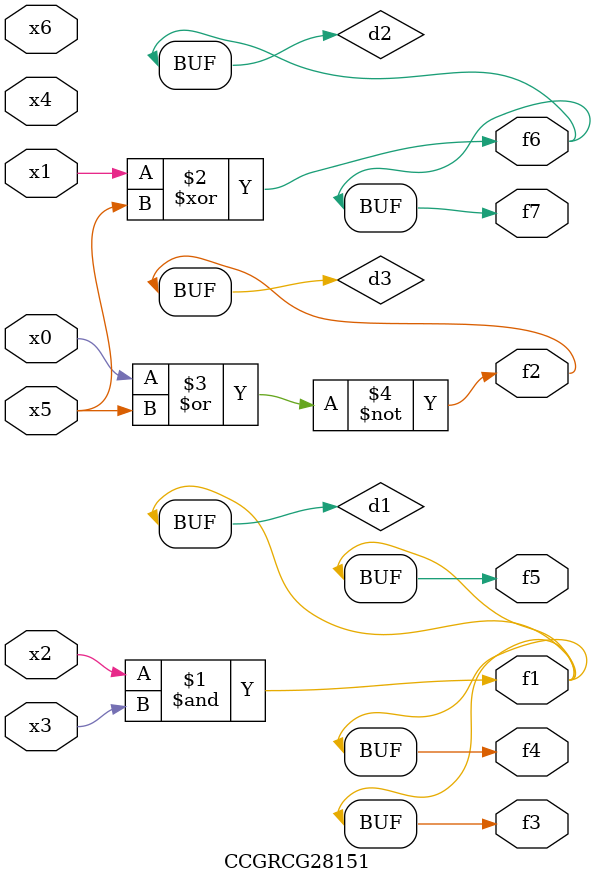
<source format=v>
module CCGRCG28151(
	input x0, x1, x2, x3, x4, x5, x6,
	output f1, f2, f3, f4, f5, f6, f7
);

	wire d1, d2, d3;

	and (d1, x2, x3);
	xor (d2, x1, x5);
	nor (d3, x0, x5);
	assign f1 = d1;
	assign f2 = d3;
	assign f3 = d1;
	assign f4 = d1;
	assign f5 = d1;
	assign f6 = d2;
	assign f7 = d2;
endmodule

</source>
